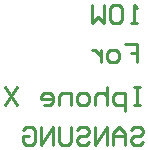
<source format=gbo>
%FSLAX25Y25*%
%MOIN*%
G70*
G01*
G75*
G04 Layer_Color=32896*
%ADD10C,0.00787*%
%ADD11C,0.01181*%
%ADD12R,0.02756X0.04921*%
%ADD13O,0.07874X0.05906*%
%ADD14R,0.07874X0.05906*%
%ADD15C,0.11811*%
%ADD16R,0.01181X0.03347*%
%ADD17R,0.02362X0.03347*%
%ADD18R,0.03543X0.06693*%
%ADD19O,0.05906X0.07874*%
%ADD20R,0.05906X0.07874*%
%ADD21R,0.05512X0.02362*%
%ADD22R,0.03150X0.07874*%
%ADD23R,0.02362X0.07874*%
%ADD24O,0.07480X0.12992*%
%ADD25R,0.01575X0.04724*%
%ADD26R,0.03937X0.03543*%
%ADD27O,0.02362X0.05512*%
%ADD28R,0.02362X0.01969*%
%ADD29R,0.01969X0.02362*%
%ADD30R,0.04921X0.02756*%
%ADD31R,0.03543X0.03937*%
%ADD32R,0.05118X0.03150*%
%ADD33R,0.03150X0.05118*%
%ADD34R,0.03150X0.03150*%
%ADD35R,0.06693X0.03543*%
%ADD36R,0.03543X0.02362*%
G04:AMPARAMS|DCode=37|XSize=98.43mil|YSize=59.06mil|CornerRadius=14.76mil|HoleSize=0mil|Usage=FLASHONLY|Rotation=90.000|XOffset=0mil|YOffset=0mil|HoleType=Round|Shape=RoundedRectangle|*
%AMROUNDEDRECTD37*
21,1,0.09843,0.02953,0,0,90.0*
21,1,0.06890,0.05906,0,0,90.0*
1,1,0.02953,0.01476,0.03445*
1,1,0.02953,0.01476,-0.03445*
1,1,0.02953,-0.01476,-0.03445*
1,1,0.02953,-0.01476,0.03445*
%
%ADD37ROUNDEDRECTD37*%
%ADD38C,0.07874*%
%ADD39C,0.02559*%
G04:AMPARAMS|DCode=40|XSize=39.37mil|YSize=62.99mil|CornerRadius=17.72mil|HoleSize=0mil|Usage=FLASHONLY|Rotation=180.000|XOffset=0mil|YOffset=0mil|HoleType=Round|Shape=RoundedRectangle|*
%AMROUNDEDRECTD40*
21,1,0.03937,0.02756,0,0,180.0*
21,1,0.00394,0.06299,0,0,180.0*
1,1,0.03543,-0.00197,0.01378*
1,1,0.03543,0.00197,0.01378*
1,1,0.03543,0.00197,-0.01378*
1,1,0.03543,-0.00197,-0.01378*
%
%ADD40ROUNDEDRECTD40*%
G04:AMPARAMS|DCode=41|XSize=39.37mil|YSize=82.68mil|CornerRadius=17.72mil|HoleSize=0mil|Usage=FLASHONLY|Rotation=180.000|XOffset=0mil|YOffset=0mil|HoleType=Round|Shape=RoundedRectangle|*
%AMROUNDEDRECTD41*
21,1,0.03937,0.04724,0,0,180.0*
21,1,0.00394,0.08268,0,0,180.0*
1,1,0.03543,-0.00197,0.02362*
1,1,0.03543,0.00197,0.02362*
1,1,0.03543,0.00197,-0.02362*
1,1,0.03543,-0.00197,-0.02362*
%
%ADD41ROUNDEDRECTD41*%
%ADD42C,0.02362*%
%ADD43C,0.00394*%
%ADD44C,0.02362*%
%ADD45C,0.00984*%
%ADD46C,0.01969*%
%ADD47C,0.00197*%
%ADD48C,0.00500*%
%ADD49C,0.00800*%
%ADD50C,0.00591*%
%ADD51C,0.01000*%
%ADD52R,0.03556X0.05721*%
%ADD53O,0.08674X0.06706*%
%ADD54R,0.08674X0.06706*%
%ADD55C,0.12611*%
%ADD56R,0.01981X0.04147*%
%ADD57R,0.03162X0.04147*%
%ADD58R,0.04343X0.07493*%
%ADD59O,0.06706X0.08674*%
%ADD60R,0.06706X0.08674*%
%ADD61R,0.06312X0.03162*%
%ADD62R,0.03950X0.08674*%
%ADD63R,0.03162X0.08674*%
%ADD64O,0.08280X0.13792*%
%ADD65R,0.02375X0.05524*%
%ADD66R,0.04737X0.04343*%
%ADD67O,0.03162X0.06312*%
%ADD68R,0.03162X0.02769*%
%ADD69R,0.02769X0.03162*%
%ADD70R,0.05721X0.03556*%
%ADD71R,0.04343X0.04737*%
%ADD72R,0.05918X0.03950*%
%ADD73R,0.03950X0.05918*%
%ADD74R,0.03543X0.03543*%
%ADD75R,0.07493X0.04343*%
%ADD76R,0.04343X0.03162*%
G04:AMPARAMS|DCode=77|XSize=106.42mil|YSize=67.06mil|CornerRadius=18.76mil|HoleSize=0mil|Usage=FLASHONLY|Rotation=90.000|XOffset=0mil|YOffset=0mil|HoleType=Round|Shape=RoundedRectangle|*
%AMROUNDEDRECTD77*
21,1,0.10642,0.02953,0,0,90.0*
21,1,0.06890,0.06706,0,0,90.0*
1,1,0.03753,0.01476,0.03445*
1,1,0.03753,0.01476,-0.03445*
1,1,0.03753,-0.01476,-0.03445*
1,1,0.03753,-0.01476,0.03445*
%
%ADD77ROUNDEDRECTD77*%
%ADD78C,0.03359*%
G04:AMPARAMS|DCode=79|XSize=47.37mil|YSize=70.99mil|CornerRadius=21.72mil|HoleSize=0mil|Usage=FLASHONLY|Rotation=180.000|XOffset=0mil|YOffset=0mil|HoleType=Round|Shape=RoundedRectangle|*
%AMROUNDEDRECTD79*
21,1,0.04737,0.02756,0,0,180.0*
21,1,0.00394,0.07099,0,0,180.0*
1,1,0.04343,-0.00197,0.01378*
1,1,0.04343,0.00197,0.01378*
1,1,0.04343,0.00197,-0.01378*
1,1,0.04343,-0.00197,-0.01378*
%
%ADD79ROUNDEDRECTD79*%
G04:AMPARAMS|DCode=80|XSize=47.37mil|YSize=90.68mil|CornerRadius=21.72mil|HoleSize=0mil|Usage=FLASHONLY|Rotation=180.000|XOffset=0mil|YOffset=0mil|HoleType=Round|Shape=RoundedRectangle|*
%AMROUNDEDRECTD80*
21,1,0.04737,0.04724,0,0,180.0*
21,1,0.00394,0.09068,0,0,180.0*
1,1,0.04343,-0.00197,0.02362*
1,1,0.04343,0.00197,0.02362*
1,1,0.04343,0.00197,-0.02362*
1,1,0.04343,-0.00197,-0.02362*
%
%ADD80ROUNDEDRECTD80*%
%ADD81C,0.03162*%
D51*
X23157Y105799D02*
X21157D01*
X22157D01*
Y111797D01*
X23157Y110798D01*
X18158D02*
X17159Y111797D01*
X15159D01*
X14160Y110798D01*
Y106799D01*
X15159Y105799D01*
X17159D01*
X18158Y106799D01*
Y110798D01*
X12160Y111797D02*
Y105799D01*
X10161Y107799D01*
X8162Y105799D01*
Y111797D01*
X19158Y98597D02*
X23157D01*
Y95598D01*
X21157D01*
X23157D01*
Y92599D01*
X16159D02*
X14160D01*
X13160Y93599D01*
Y95598D01*
X14160Y96598D01*
X16159D01*
X17159Y95598D01*
Y93599D01*
X16159Y92599D01*
X11161Y96598D02*
Y92599D01*
Y94599D01*
X10161Y95598D01*
X9161Y96598D01*
X8162D01*
X20958Y70098D02*
X21958Y71097D01*
X23957D01*
X24957Y70098D01*
Y69098D01*
X23957Y68098D01*
X21958D01*
X20958Y67099D01*
Y66099D01*
X21958Y65099D01*
X23957D01*
X24957Y66099D01*
X18959Y65099D02*
Y69098D01*
X16959Y71097D01*
X14960Y69098D01*
Y65099D01*
Y68098D01*
X18959D01*
X12961Y65099D02*
Y71097D01*
X8962Y65099D01*
Y71097D01*
X2964Y70098D02*
X3963Y71097D01*
X5963D01*
X6962Y70098D01*
Y69098D01*
X5963Y68098D01*
X3963D01*
X2964Y67099D01*
Y66099D01*
X3963Y65099D01*
X5963D01*
X6962Y66099D01*
X965Y71097D02*
Y66099D01*
X-35Y65099D01*
X-2035D01*
X-3034Y66099D01*
Y71097D01*
X-5034Y65099D02*
Y71097D01*
X-9032Y65099D01*
Y71097D01*
X-15030Y70098D02*
X-14031Y71097D01*
X-12031D01*
X-11032Y70098D01*
Y66099D01*
X-12031Y65099D01*
X-14031D01*
X-15030Y66099D01*
Y68098D01*
X-13031D01*
X24057Y84297D02*
X22057D01*
X23057D01*
Y78299D01*
X24057D01*
X22057D01*
X19058Y76300D02*
Y82298D01*
X16059D01*
X15060Y81298D01*
Y79299D01*
X16059Y78299D01*
X19058D01*
X13060Y84297D02*
Y78299D01*
Y81298D01*
X12061Y82298D01*
X10061D01*
X9061Y81298D01*
Y78299D01*
X6063D02*
X4063D01*
X3063Y79299D01*
Y81298D01*
X4063Y82298D01*
X6063D01*
X7062Y81298D01*
Y79299D01*
X6063Y78299D01*
X1064D02*
Y82298D01*
X-1935D01*
X-2935Y81298D01*
Y78299D01*
X-7933D02*
X-5934D01*
X-4934Y79299D01*
Y81298D01*
X-5934Y82298D01*
X-7933D01*
X-8933Y81298D01*
Y80299D01*
X-4934D01*
X-16930Y84297D02*
X-20929Y78299D01*
Y84297D02*
X-16930Y78299D01*
M02*

</source>
